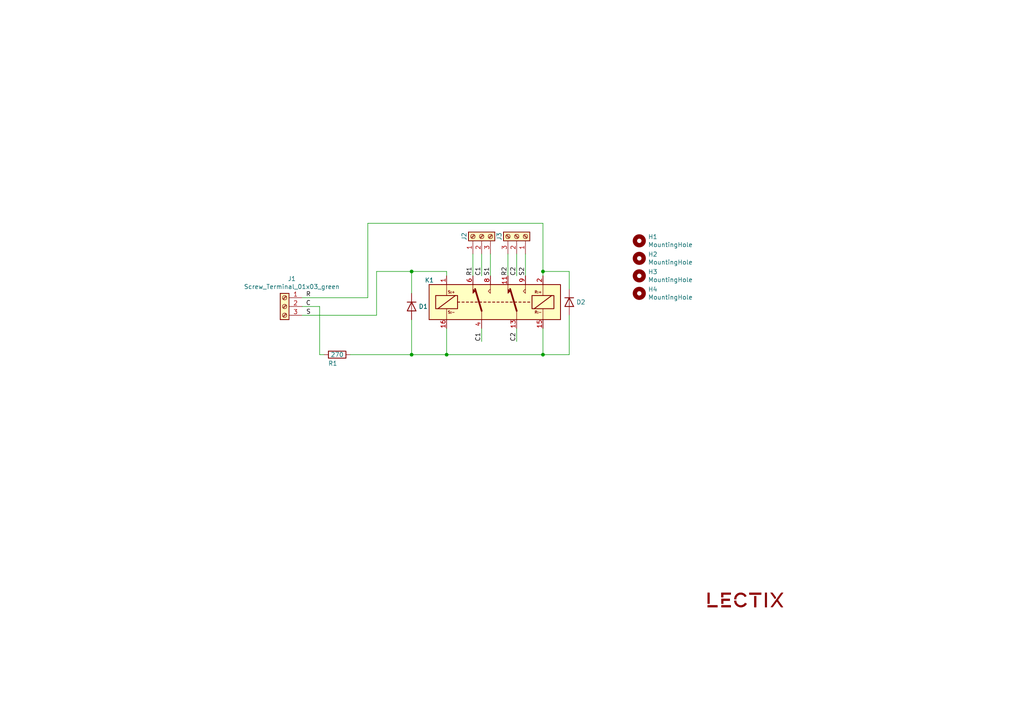
<source format=kicad_sch>
(kicad_sch (version 20211123) (generator eeschema)
  (paper "A4")
  (title_block (title "LEC022001 - Relais bistable universel 12V") (date "2023-04-19") (rev "1.0") (company "LECTIX"))
  (lib_symbols
    (symbol "0_connectors:Screw_Terminal_01x03_blue" (pin_names (offset 1.016) hide)
      (property "Reference" "J" (at 0 5.08 0))
      (property "Value" "0_connectors_Screw_Terminal_01x03_blue" (at 0 -5.08 0))
      (symbol "Screw_Terminal_01x03_blue_1_1"
        (rectangle (start -1.27 3.81) (end 1.27 -3.81) (stroke (width 0.254)) (fill (type background)))
        (circle (center 0 -2.54) (radius 0.635) (stroke (width 0.1524)))
        (polyline (pts (xy -0.5334 -2.2098) (xy 0.3302 -3.048)) (stroke (width 0.1524)))
        (polyline (pts (xy -0.5334 0.3302) (xy 0.3302 -0.508)) (stroke (width 0.1524)))
        (polyline (pts (xy -0.5334 2.8702) (xy 0.3302 2.032)) (stroke (width 0.1524)))
        (polyline (pts (xy -0.3556 -2.032) (xy 0.508 -2.8702)) (stroke (width 0.1524)))
        (polyline (pts (xy -0.3556 0.508) (xy 0.508 -0.3302)) (stroke (width 0.1524)))
        (polyline (pts (xy -0.3556 3.048) (xy 0.508 2.2098)) (stroke (width 0.1524)))
        (circle (center 0 0) (radius 0.635) (stroke (width 0.1524)))
        (circle (center 0 2.54) (radius 0.635) (stroke (width 0.1524)))
        (pin passive line (at -5.08 2.54 0) (length 3.81) (name "Pin_1") (number "1"))
        (pin passive line (at -5.08 0 0) (length 3.81) (name "Pin_2") (number "2"))
        (pin passive line (at -5.08 -2.54 0) (length 3.81) (name "Pin_3") (number "3"))
      )
    )
    (symbol "0_connectors:Screw_Terminal_01x03_green" (pin_names (offset 1.016) hide)
      (property "Reference" "J" (at 0 5.08 0))
      (property "Value" "0_connectors_Screw_Terminal_01x03_green" (at 0 -5.08 0))
      (symbol "Screw_Terminal_01x03_green_1_1"
        (rectangle (start -1.27 3.81) (end 1.27 -3.81) (stroke (width 0.254)) (fill (type background)))
        (circle (center 0 -2.54) (radius 0.635) (stroke (width 0.1524)))
        (polyline (pts (xy -0.5334 -2.2098) (xy 0.3302 -3.048)) (stroke (width 0.1524)))
        (polyline (pts (xy -0.5334 0.3302) (xy 0.3302 -0.508)) (stroke (width 0.1524)))
        (polyline (pts (xy -0.5334 2.8702) (xy 0.3302 2.032)) (stroke (width 0.1524)))
        (polyline (pts (xy -0.3556 -2.032) (xy 0.508 -2.8702)) (stroke (width 0.1524)))
        (polyline (pts (xy -0.3556 0.508) (xy 0.508 -0.3302)) (stroke (width 0.1524)))
        (polyline (pts (xy -0.3556 3.048) (xy 0.508 2.2098)) (stroke (width 0.1524)))
        (circle (center 0 0) (radius 0.635) (stroke (width 0.1524)))
        (circle (center 0 2.54) (radius 0.635) (stroke (width 0.1524)))
        (pin passive line (at -5.08 2.54 0) (length 3.81) (name "Pin_1") (number "1"))
        (pin passive line (at -5.08 0 0) (length 3.81) (name "Pin_2") (number "2"))
        (pin passive line (at -5.08 -2.54 0) (length 3.81) (name "Pin_3") (number "3"))
      )
    )
    (symbol "0_logos:logo_lectix_25mm" (pin_names (offset 1.016))
      (symbol "logo_lectix_25mm_0_0"
        (polyline (pts (xy -10.1092 2.0574) (xy -10.668 2.0574) (xy -10.668 -1.1176) (xy -10.1092 -1.1176) (xy -10.1092 2.0574)) (stroke (width 0.0254)) (fill (type outline)))
        (polyline (pts (xy -7.7978 -1.5748) (xy -10.668 -1.5748) (xy -10.668 -2.1336) (xy -7.7978 -2.1336) (xy -7.7978 -1.5748)) (stroke (width 0.0254)) (fill (type outline)))
        (polyline (pts (xy -3.937 -1.5748) (xy -6.6548 -1.5748) (xy -6.6548 -2.1336) (xy -3.937 -2.1336) (xy -3.937 -1.5748)) (stroke (width 0.0254)) (fill (type outline)))
        (polyline (pts (xy 3.429 1.0922) (xy 2.8702 1.0922) (xy 2.8702 -2.1082) (xy 3.429 -2.1082) (xy 3.429 1.0922)) (stroke (width 0.0254)) (fill (type outline)))
        (polyline (pts (xy 4.8768 2.0828) (xy 1.4478 2.0828) (xy 1.4478 1.524) (xy 4.8768 1.524) (xy 4.8768 2.0828)) (stroke (width 0.0254)) (fill (type outline)))
        (polyline (pts (xy 6.5278 2.0828) (xy 5.9944 2.0828) (xy 5.9944 -2.1082) (xy 6.5278 -2.1082) (xy 6.5278 2.0828)) (stroke (width 0.0254)) (fill (type outline)))
        (polyline (pts (xy -6.1214 -0.254) (xy -4.2164 -0.254) (xy -4.2164 0.3048) (xy -6.6548 0.3048) (xy -6.6548 -1.1176) (xy -6.1214 -1.1176) (xy -6.1214 -0.254)) (stroke (width 0.0254)) (fill (type outline)))
        (polyline (pts (xy -6.1214 1.5494) (xy -3.937 1.5494) (xy -3.937 2.0828) (xy -6.6802 2.0828) (xy -6.6802 0.762) (xy -6.1214 0.762) (xy -6.1214 1.5494)) (stroke (width 0.0254)) (fill (type outline)))
        (polyline (pts (xy 8.9916 0.381) (xy 9.017 0.4318) (xy 9.0424 0.4572) (xy 9.0678 0.508) (xy 9.0932 0.5334) (xy 9.1186 0.5842) (xy 9.144 0.6096) (xy 9.144 0.635) (xy 9.1694 0.635) (xy 9.1694 0.6604) (xy 9.1186 0.7112) (xy 9.0678 0.8128) (xy 9.017 0.8636) (xy 8.9916 0.9144) (xy 8.9408 0.9906) (xy 8.89 1.0414) (xy 8.8392 1.1176) (xy 8.763 1.1938) (xy 8.7122 1.2954) (xy 8.6614 1.3716) (xy 8.128 2.0828) (xy 7.5692 2.0828) (xy 7.5692 2.0574) (xy 7.5946 2.0574) (xy 7.5946 2.032) (xy 7.6454 1.9812) (xy 7.6708 1.9304) (xy 7.7216 1.8796) (xy 7.747 1.8034) (xy 7.7978 1.7526) (xy 7.8994 1.6002) (xy 7.9756 1.524) (xy 8.0264 1.4478) (xy 8.1026 1.3462) (xy 8.1534 1.2446) (xy 8.2296 1.1684) (xy 8.255 1.1176) (xy 8.3312 1.0414) (xy 8.382 0.9398) (xy 8.4582 0.8636) (xy 8.509 0.762) (xy 8.5598 0.6858) (xy 8.6868 0.5588) (xy 8.7122 0.4826) (xy 8.763 0.4318) (xy 8.7884 0.381) (xy 8.8392 0.3556) (xy 8.8646 0.3048) (xy 8.8646 0.2794) (xy 8.89 0.2794) (xy 8.9916 0.381)) (stroke (width 0.0254)) (fill (type outline)))
        (polyline (pts (xy -2.3622 0.2794) (xy -2.3368 0.381) (xy -2.3368 0.508) (xy -2.3114 0.6096) (xy -2.286 0.6858) (xy -2.2352 0.8128) (xy -2.1844 0.9144) (xy -2.032 1.1176) (xy -1.9304 1.1938) (xy -1.8542 1.2954) (xy -1.7526 1.3462) (xy -1.6256 1.4224) (xy -1.524 1.4732) (xy -1.397 1.524) (xy -1.27 1.5494) (xy -0.8636 1.5494) (xy -0.762 1.524) (xy -0.635 1.4986) (xy -0.5334 1.4478) (xy -0.4064 1.397) (xy -0.3048 1.3462) (xy -0.2032 1.27) (xy -0.0508 1.1176) (xy 0.0508 0.9652) (xy 0.1016 0.9144) (xy 0.1016 0.889) (xy 0.127 0.8636) (xy 0.1778 0.8636) (xy 0.2286 0.9144) (xy 0.2794 0.9398) (xy 0.3048 0.9652) (xy 0.4064 1.016) (xy 0.4318 1.0414) (xy 0.4826 1.0668) (xy 0.5334 1.1176) (xy 0.5588 1.1176) (xy 0.5842 1.143) (xy 0.5842 1.1684) (xy 0.5588 1.1938) (xy 0.5588 1.2192) (xy 0.5334 1.2192) (xy 0.4572 1.3462) (xy 0.3556 1.4478) (xy 0.254 1.5748) (xy 0.1524 1.6764) (xy -0.2286 1.905) (xy -0.5334 2.0066) (xy -0.6604 2.0574) (xy -0.8128 2.0828) (xy -1.27 2.0828) (xy -1.3208 2.0574) (xy -1.4478 2.032) (xy -1.6002 2.0066) (xy -1.7272 1.9558) (xy -1.8034 1.9304) (xy -1.9558 1.8542) (xy -2.0828 1.778) (xy -2.1844 1.7018) (xy -2.3114 1.6002) (xy -2.413 1.4986) (xy -2.5146 1.3716) (xy -2.5908 1.27) (xy -2.7432 1.016) (xy -2.794 0.8636) (xy -2.8448 0.7366) (xy -2.8702 0.5842) (xy -2.8956 0.4572) (xy -2.8956 0.3048) (xy -2.921 0.1778) (xy -2.3622 0.1778) (xy -2.3622 0.2794)) (stroke (width 0.0254)) (fill (type outline)))
        (polyline (pts (xy -0.8636 -2.1082) (xy -0.6604 -2.1082) (xy -0.6096 -2.0828) (xy -0.4826 -2.0574) (xy -0.1778 -1.9558) (xy 0.0762 -1.8034) (xy 0.2032 -1.7018) (xy 0.3048 -1.6002) (xy 0.4318 -1.4986) (xy 0.5334 -1.3716) (xy 0.6096 -1.2446) (xy 0.635 -1.1938) (xy 0.6858 -1.143) (xy 0.6604 -1.1176) (xy 0.635 -1.1176) (xy 0.6096 -1.0922) (xy 0.5842 -1.0922) (xy 0.5588 -1.0668) (xy 0.3556 -0.9652) (xy 0.3302 -0.9398) (xy 0.2794 -0.9398) (xy 0.254 -0.9144) (xy 0.2032 -0.889) (xy 0.1778 -0.889) (xy 0.1778 -0.8636) (xy 0.1524 -0.889) (xy 0.1524 -0.9144) (xy 0.127 -0.9652) (xy -0.0254 -1.1684) (xy -0.3302 -1.397) (xy -0.4318 -1.4478) (xy -0.6858 -1.5494) (xy -0.7874 -1.5748) (xy -0.8382 -1.5748) (xy -0.9144 -1.6002) (xy -1.1684 -1.6002) (xy -1.27 -1.5748) (xy -1.397 -1.5494) (xy -1.651 -1.4478) (xy -1.7526 -1.3716) (xy -1.8542 -1.3208) (xy -1.8542 -1.2954) (xy -1.9558 -1.2192) (xy -2.0574 -1.1176) (xy -2.1336 -1.016) (xy -2.1844 -0.9144) (xy -2.2606 -0.8128) (xy -2.286 -0.6858) (xy -2.3368 -0.5588) (xy -2.3622 -0.4572) (xy -2.3622 -0.254) (xy -2.921 -0.254) (xy -2.921 -0.4318) (xy -2.8956 -0.4572) (xy -2.8956 -0.6096) (xy -2.8448 -0.762) (xy -2.794 -0.889) (xy -2.7432 -1.0414) (xy -2.5908 -1.2954) (xy -2.3876 -1.5494) (xy -2.3368 -1.5748) (xy -2.286 -1.651) (xy -2.2098 -1.7018) (xy -2.159 -1.7526) (xy -2.0828 -1.8034) (xy -2.0574 -1.8034) (xy -1.8034 -1.9558) (xy -1.651 -2.0066) (xy -1.524 -2.0574) (xy -1.3716 -2.0828) (xy -1.2446 -2.1082) (xy -1.1938 -2.1082) (xy -1.1684 -2.1336) (xy -0.9144 -2.1336) (xy -0.8636 -2.1082)) (stroke (width 0.0254)) (fill (type outline)))
        (polyline (pts (xy 11.2014 -2.0574) (xy 11.1506 -2.0066) (xy 11.1252 -1.9558) (xy 11.0236 -1.8542) (xy 10.8204 -1.5494) (xy 10.7442 -1.4478) (xy 10.6934 -1.3716) (xy 10.4648 -1.0668) (xy 10.4394 -1.016) (xy 10.287 -0.8128) (xy 10.2362 -0.7366) (xy 10.16 -0.635) (xy 10.1092 -0.5588) (xy 10.033 -0.4826) (xy 9.8806 -0.254) (xy 9.8552 -0.2032) (xy 9.8044 -0.1524) (xy 9.779 -0.1016) (xy 9.7536 -0.0762) (xy 9.7536 -0.0508) (xy 9.7282 -0.0508) (xy 9.7282 -0.0254) (xy 9.779 0.0254) (xy 9.8044 0.0762) (xy 9.8298 0.1016) (xy 9.8806 0.1778) (xy 9.906 0.2286) (xy 9.9568 0.3048) (xy 10.033 0.381) (xy 10.1346 0.5334) (xy 10.2108 0.6096) (xy 10.2616 0.7112) (xy 10.4902 1.016) (xy 11.2522 2.0574) (xy 10.668 2.0574) (xy 10.668 2.032) (xy 10.6426 2.0066) (xy 10.5918 1.905) (xy 10.4902 1.8034) (xy 10.3886 1.651) (xy 10.3124 1.5748) (xy 10.2616 1.4732) (xy 10.033 1.1684) (xy 9.9314 1.0414) (xy 9.8552 0.9398) (xy 9.7536 0.8128) (xy 9.6774 0.6858) (xy 9.5758 0.5334) (xy 9.4742 0.4064) (xy 9.3726 0.254) (xy 9.271 0.127) (xy 9.1694 -0.0254) (xy 7.6454 -2.0828) (xy 8.2296 -2.0828) (xy 8.255 -2.0574) (xy 8.255 -2.032) (xy 8.3058 -1.9812) (xy 8.3312 -1.9304) (xy 8.382 -1.8796) (xy 8.4074 -1.8288) (xy 8.5598 -1.6002) (xy 8.636 -1.524) (xy 8.6868 -1.4478) (xy 8.763 -1.3462) (xy 8.8392 -1.27) (xy 8.89 -1.1938) (xy 8.9408 -1.0922) (xy 9.017 -1.016) (xy 9.2202 -0.7112) (xy 9.3218 -0.6096) (xy 9.3726 -0.508) (xy 9.4234 -0.4572) (xy 9.4234 -0.4318) (xy 9.4488 -0.4318) (xy 9.4488 -0.4572) (xy 9.525 -0.5334) (xy 9.5504 -0.5842) (xy 9.6012 -0.635) (xy 9.6266 -0.7112) (xy 9.6774 -0.762) (xy 9.779 -0.9144) (xy 9.8552 -0.9906) (xy 9.906 -1.0922) (xy 9.9822 -1.1684) (xy 10.033 -1.27) (xy 10.6426 -2.1082) (xy 11.2014 -2.1082) (xy 11.2014 -2.0574)) (stroke (width 0.0254)) (fill (type outline)))
      )
    )
    (symbol "0_relays:HFD2-012-M-L2"
      (property "Reference" "K" (at 21.59 3.81 0))
      (property "Value" "0_relays_HFD2-012-M-L2" (at 21.59 1.27 0))
      (symbol "HFD2-012-M-L2_0_0"
        (text "R:+" (at 13.843 2.921 0) (effects (font (size 0.762 0.762))))
        (text "R:-" (at 13.843 -2.921 0) (effects (font (size 0.762 0.762))))
        (text "S:+" (at -11.303 2.921 0) (effects (font (size 0.762 0.762))))
        (text "S:-" (at -11.303 -2.921 0) (effects (font (size 0.762 0.762))))
      )
      (symbol "HFD2-012-M-L2_0_1"
        (rectangle (start -17.78 5.08) (end 20.32 -5.08) (stroke (width 0.254)) (fill (type background)))
        (rectangle (start -15.875 1.905) (end -9.525 -1.905) (stroke (width 0.254)))
        (polyline (pts (xy -15.24 -1.905) (xy -10.16 1.905)) (stroke (width 0.254)))
        (polyline (pts (xy -12.7 -5.08) (xy -12.7 -1.905)))
        (polyline (pts (xy -12.7 5.08) (xy -12.7 1.905)))
        (polyline (pts (xy -9.525 0) (xy -8.89 0)) (stroke (width 0.254)))
        (polyline (pts (xy -8.255 0) (xy -7.62 0)) (stroke (width 0.254)))
        (polyline (pts (xy -6.985 0) (xy -6.35 0)) (stroke (width 0.254)))
        (polyline (pts (xy -5.715 0) (xy -5.08 0)) (stroke (width 0.254)))
        (polyline (pts (xy -4.445 0) (xy -3.81 0)) (stroke (width 0.254)))
        (polyline (pts (xy -3.175 0) (xy -2.54 0)) (stroke (width 0.254)))
        (polyline (pts (xy -2.54 -2.54) (xy -4.445 3.81)) (stroke (width 0.508)))
        (polyline (pts (xy -2.54 -2.54) (xy -2.54 -5.08)))
        (polyline (pts (xy -1.905 0) (xy -1.27 0)) (stroke (width 0.254)))
        (polyline (pts (xy -0.635 0) (xy 0 0)) (stroke (width 0.254)))
        (polyline (pts (xy 0.635 0) (xy 1.27 0)) (stroke (width 0.254)))
        (polyline (pts (xy 1.905 0) (xy 2.54 0)) (stroke (width 0.254)))
        (polyline (pts (xy 3.175 0) (xy 3.81 0)) (stroke (width 0.254)))
        (polyline (pts (xy 4.445 0) (xy 5.08 0)) (stroke (width 0.254)))
        (polyline (pts (xy 5.715 0) (xy 6.35 0)) (stroke (width 0.254)))
        (polyline (pts (xy 6.985 0) (xy 7.62 0)) (stroke (width 0.254)))
        (polyline (pts (xy 7.62 -2.54) (xy 5.715 3.81)) (stroke (width 0.508)))
        (polyline (pts (xy 7.62 -2.54) (xy 7.62 -5.08)))
        (polyline (pts (xy 8.255 0) (xy 8.89 0)) (stroke (width 0.254)))
        (polyline (pts (xy 9.525 0) (xy 10.16 0)) (stroke (width 0.254)))
        (polyline (pts (xy 10.795 0) (xy 11.43 0)) (stroke (width 0.254)))
        (polyline (pts (xy 12.7 -1.905) (xy 17.78 1.905)) (stroke (width 0.254)))
        (polyline (pts (xy 15.24 -5.08) (xy 15.24 -1.905)))
        (polyline (pts (xy 15.24 5.08) (xy 15.24 1.905)))
        (polyline (pts (xy -5.08 5.08) (xy -5.08 2.54) (xy -4.445 3.175) (xy -5.08 3.81)) (fill (type outline)))
        (polyline (pts (xy 0 5.08) (xy 0 2.54) (xy -0.635 3.175) (xy 0 3.81)))
        (polyline (pts (xy 5.08 5.08) (xy 5.08 2.54) (xy 5.715 3.175) (xy 5.08 3.81)) (fill (type outline)))
        (polyline (pts (xy 10.16 5.08) (xy 10.16 2.54) (xy 9.525 3.175) (xy 10.16 3.81)))
        (rectangle (start 12.065 1.905) (end 18.415 -1.905) (stroke (width 0.254)))
      )
      (symbol "HFD2-012-M-L2_1_1"
        (pin passive line (at -12.7 7.62 270) (length 2.54) (name "~") (number "1"))
        (pin passive line (at 5.08 7.62 270) (length 2.54) (name "~") (number "11"))
        (pin passive line (at 7.62 -7.62 90) (length 2.54) (name "~") (number "13"))
        (pin passive line (at 15.24 -7.62 90) (length 2.54) (name "~") (number "15"))
        (pin passive line (at -12.7 -7.62 90) (length 2.54) (name "~") (number "16"))
        (pin passive line (at 15.24 7.62 270) (length 2.54) (name "~") (number "2"))
        (pin passive line (at -2.54 -7.62 90) (length 2.54) (name "~") (number "4"))
        (pin passive line (at -5.08 7.62 270) (length 2.54) (name "~") (number "6"))
        (pin passive line (at 0 7.62 270) (length 2.54) (name "~") (number "8"))
        (pin passive line (at 10.16 7.62 270) (length 2.54) (name "~") (number "9"))
      )
    )
    (symbol "Device:R" (pin_numbers hide) (pin_names (offset 0))
      (property "Reference" "R" (at 2.032 0 90))
      (property "Value" "R" (at 0 0 90))
      (symbol "R_0_1"
        (rectangle (start -1.016 -2.54) (end 1.016 2.54) (stroke (width 0.254)))
      )
      (symbol "R_1_1"
        (pin passive line (at 0 3.81 270) (length 1.27) (name "~") (number "1"))
        (pin passive line (at 0 -3.81 90) (length 1.27) (name "~") (number "2"))
      )
    )
    (symbol "Diode:1N4148W" (pin_numbers hide) (pin_names (offset 1.016) hide)
      (property "Reference" "D" (at 0 2.54 0))
      (property "Value" "1N4148W" (at 0 -2.54 0))
      (symbol "1N4148W_0_1"
        (polyline (pts (xy -1.27 1.27) (xy -1.27 -1.27)) (stroke (width 0.254)))
        (polyline (pts (xy 1.27 0) (xy -1.27 0)))
        (polyline (pts (xy 1.27 1.27) (xy 1.27 -1.27) (xy -1.27 0) (xy 1.27 1.27)) (stroke (width 0.254)))
      )
      (symbol "1N4148W_1_1"
        (pin passive line (at -3.81 0 0) (length 2.54) (name "K") (number "1"))
        (pin passive line (at 3.81 0 180) (length 2.54) (name "A") (number "2"))
      )
    )
    (symbol "Mechanical:MountingHole" (pin_names (offset 1.016))
      (property "Reference" "H" (at 0 5.08 0))
      (property "Value" "MountingHole" (at 0 3.175 0))
      (symbol "MountingHole_0_1"
        (circle (center 0 0) (radius 1.27) (stroke (width 1.27)))
      )
    )
  )
  (junction (at 157.48 102.87))
  (junction (at 119.38 78.74))
  (junction (at 157.48 78.74))
  (junction (at 119.38 102.87))
  (junction (at 129.54 102.87))
  (wire (pts (xy 92.71 88.9) (xy 92.71 102.87)))
  (wire (pts (xy 87.63 86.36) (xy 106.68 86.36)))
  (wire (pts (xy 147.32 73.66) (xy 147.32 80.01)))
  (wire (pts (xy 165.1 83.82) (xy 165.1 78.74)))
  (wire (pts (xy 165.1 91.44) (xy 165.1 102.87)))
  (wire (pts (xy 157.48 78.74) (xy 157.48 80.01)))
  (wire (pts (xy 142.24 73.66) (xy 142.24 80.01)))
  (wire (pts (xy 152.4 73.66) (xy 152.4 80.01)))
  (wire (pts (xy 92.71 88.9) (xy 87.63 88.9)))
  (wire (pts (xy 149.86 73.66) (xy 149.86 80.01)))
  (wire (pts (xy 157.48 102.87) (xy 157.48 95.25)))
  (wire (pts (xy 106.68 86.36) (xy 106.68 64.77)))
  (wire (pts (xy 129.54 102.87) (xy 157.48 102.87)))
  (wire (pts (xy 129.54 78.74) (xy 129.54 80.01)))
  (wire (pts (xy 109.22 78.74) (xy 119.38 78.74)))
  (wire (pts (xy 92.71 102.87) (xy 93.98 102.87)))
  (wire (pts (xy 165.1 102.87) (xy 157.48 102.87)))
  (wire (pts (xy 149.86 95.25) (xy 149.86 99.06)))
  (wire (pts (xy 139.7 73.66) (xy 139.7 80.01)))
  (wire (pts (xy 119.38 78.74) (xy 129.54 78.74)))
  (wire (pts (xy 119.38 92.71) (xy 119.38 102.87)))
  (wire (pts (xy 139.7 95.25) (xy 139.7 99.06)))
  (wire (pts (xy 119.38 85.09) (xy 119.38 78.74)))
  (wire (pts (xy 129.54 95.25) (xy 129.54 102.87)))
  (wire (pts (xy 165.1 78.74) (xy 157.48 78.74)))
  (wire (pts (xy 137.16 73.66) (xy 137.16 80.01)))
  (wire (pts (xy 101.6 102.87) (xy 119.38 102.87)))
  (wire (pts (xy 157.48 64.77) (xy 157.48 78.74)))
  (wire (pts (xy 109.22 91.44) (xy 109.22 78.74)))
  (wire (pts (xy 87.63 91.44) (xy 109.22 91.44)))
  (wire (pts (xy 119.38 102.87) (xy 129.54 102.87)))
  (wire (pts (xy 106.68 64.77) (xy 157.48 64.77)))
  (label "S1" (at 142.24 80.01 90))
  (label "C1" (at 139.7 99.06 90))
  (label "C2" (at 149.86 80.01 90))
  (label "S2" (at 152.4 80.01 90))
  (label "C2" (at 149.86 99.06 90))
  (label "R2" (at 147.32 80.01 90))
  (label "S" (at 90.17 91.44 180))
  (label "R" (at 90.17 86.36 180))
  (label "C1" (at 139.7 80.01 90))
  (label "C" (at 90.17 88.9 180))
  (label "R1" (at 137.16 80.01 90))
  (symbol (lib_id "0_relays:HFD2-012-M-L2") (at 142.24 87.63 0) (unit 1)
    (property "Reference" "K1" (at 123.19 81.28 0) (effects (justify left)))
    (property "Value" "HFD2-012-M-L2" (effects hide))
    (property "Footprint" "0_relays:Relay_DPDT_HFD2-xxx-M-L2" (effects hide))
    (property "Datasheet" "https://pdf1.alldatasheet.com/datasheet-pdf/view/660906/HONGFA/HFD2/012-M-L2-D/+4W1928V.MMhhDdlKIvgYzDl/1M/1HPu+/datasheet.pdf" (effects hide))
    (property "LCSC" "C399484" (effects hide))
  )
  (symbol (lib_id "Diode:1N4148W") (at 119.38 88.9 270) (unit 1)
    (property "Reference" "D1" (at 121.412 88.9 90) (effects (justify left)))
    (property "Value" "1N4148W" (effects hide))
    (property "Footprint" "Diode_SMD:D_SOD-123" (effects hide))
    (property "Datasheet" "https://www.vishay.com/docs/85748/1n4148w.pdf" (effects hide))
    (property "LCSC" "C81598" (effects hide))
  )
  (symbol (lib_id "Diode:1N4148W") (at 165.1 87.63 270) (unit 1)
    (property "Reference" "D2" (at 167.132 87.63 90) (effects (justify left)))
    (property "Value" "1N4148W" (effects hide))
    (property "Footprint" "Diode_SMD:D_SOD-123" (effects hide))
    (property "Datasheet" "https://www.vishay.com/docs/85748/1n4148w.pdf" (effects hide))
    (property "LCSC" "C81598" (effects hide))
  )
  (symbol (lib_id "Device:R") (at 97.79 102.87 270) (unit 1)
    (property "Reference" "R1" (at 96.52 105.41 90))
    (property "Value" "270" (at 97.79 102.87 90))
    (property "Footprint" "Resistor_SMD:R_0805_2012Metric" (effects hide))
    (property "LCSC" "C17590" (effects hide))
  )
  (symbol (lib_id "0_connectors:Screw_Terminal_01x03_blue") (at 139.7 68.58 90) (unit 1)
    (property "Reference" "J2" (at 134.62 68.58 0))
    (property "Value" "Screw_Terminal_01x03_blue" (effects hide))
    (property "Footprint" "0_connectors:TerminalBlock_bornier-3_P5.08mm-blue" (effects hide))
    (property "Datasheet" "https://datasheet.lcsc.com/szlcsc/1912111437_DIBO-DB301V-5-0-3P-BU-S_C395881.pdf" (effects hide))
    (property "LCSC" "C395881" (effects hide))
    (property "MPN" "DB301V-5.0-3P-BU-S" (effects hide))
    (property "Supplier" "LCSC" (effects hide))
    (property "Mfr" "DIBO" (effects hide))
  )
  (symbol (lib_id "0_connectors:Screw_Terminal_01x03_blue") (at 149.86 68.58 270) (mirror x) (unit 1)
    (property "Reference" "J3" (at 144.78 68.58 0))
    (property "Value" "Screw_Terminal_01x03_blue" (effects hide))
    (property "Footprint" "0_connectors:TerminalBlock_bornier-3_P5.08mm-blue" (effects hide))
    (property "Datasheet" "https://datasheet.lcsc.com/szlcsc/1912111437_DIBO-DB301V-5-0-3P-BU-S_C395881.pdf" (effects hide))
    (property "LCSC" "C395881" (effects hide))
    (property "MPN" "DB301V-5.0-3P-BU-S" (effects hide))
    (property "Supplier" "LCSC" (effects hide))
    (property "Mfr" "DIBO" (effects hide))
  )
  (symbol (lib_id "0_connectors:Screw_Terminal_01x03_green") (at 82.55 88.9 0) (mirror y) (unit 1)
    (property "Reference" "J1" (at 84.6328 80.8482 0))
    (property "Value" "Screw_Terminal_01x03_green" (at 84.6328 83.1596 0))
    (property "Footprint" "0_connectors:TerminalBlock_bornier-3_P5.08mm-green" (effects hide))
    (property "Datasheet" "1912111437_DIBO-DB126V-5-0-3P-GN_C395850.pdf" (effects hide))
    (property "LCSC" "C395850" (effects hide))
    (property "MPN" "DB126V-5.0-3P-GN" (effects hide))
    (property "Supplier" "LCSC" (effects hide))
    (property "Mfr" "DIBO" (effects hide))
    (property "JLCPCB_CORRECTION" "0;0;180" (effects hide))
  )
  (symbol (lib_id "0_logos:logo_lectix_25mm") (at 215.9 173.99 0) (unit 1)
    (property "Reference" "LOGO1" (effects hide))
    (property "Value" "logo_lectix_25mm" (effects hide))
    (property "Footprint" "0_logos:Logo_10mm" (effects hide))
    (property "JLCPCB BOM" "0" (effects hide))
  )
  (symbol (lib_id "Mechanical:MountingHole") (at 185.42 69.85 0) (unit 1)
    (property "Reference" "H1" (at 187.96 68.6816 0) (effects (justify left)))
    (property "Value" "MountingHole" (at 187.96 70.993 0) (effects (justify left)))
    (property "Footprint" "0_mechanical:MountingHole_3.2mm_M3" (effects hide))
    (property "JLCPCB BOM" "0" (effects hide))
  )
  (symbol (lib_id "Mechanical:MountingHole") (at 185.42 74.93 0) (unit 1)
    (property "Reference" "H2" (at 187.96 73.7616 0) (effects (justify left)))
    (property "Value" "MountingHole" (at 187.96 76.073 0) (effects (justify left)))
    (property "Footprint" "0_mechanical:MountingHole_3.2mm_M3" (effects hide))
    (property "JLCPCB BOM" "0" (effects hide))
  )
  (symbol (lib_id "Mechanical:MountingHole") (at 185.42 80.01 0) (unit 1)
    (property "Reference" "H3" (at 187.96 78.8416 0) (effects (justify left)))
    (property "Value" "MountingHole" (at 187.96 81.153 0) (effects (justify left)))
    (property "Footprint" "0_mechanical:MountingHole_3.2mm_M3" (effects hide))
    (property "JLCPCB BOM" "0" (effects hide))
  )
  (symbol (lib_id "Mechanical:MountingHole") (at 185.42 85.09 0) (unit 1)
    (property "Reference" "H4" (at 187.96 83.9216 0) (effects (justify left)))
    (property "Value" "MountingHole" (at 187.96 86.233 0) (effects (justify left)))
    (property "Footprint" "0_mechanical:MountingHole_3.2mm_M3" (effects hide))
    (property "JLCPCB BOM" "0" (effects hide))
  )
)
</source>
